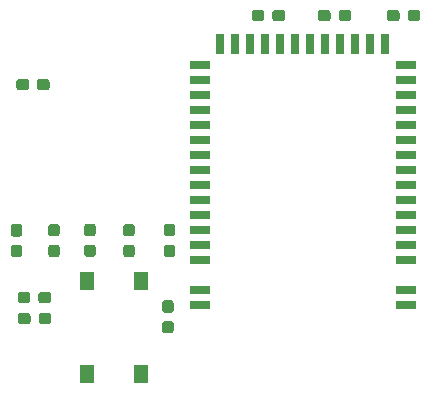
<source format=gbr>
G04 #@! TF.GenerationSoftware,KiCad,Pcbnew,(5.1.2)-2*
G04 #@! TF.CreationDate,2019-11-13T21:48:31+01:00*
G04 #@! TF.ProjectId,KernadouDomoRelayCPU,4b65726e-6164-46f7-9544-6f6d6f52656c,rev?*
G04 #@! TF.SameCoordinates,Original*
G04 #@! TF.FileFunction,Paste,Top*
G04 #@! TF.FilePolarity,Positive*
%FSLAX46Y46*%
G04 Gerber Fmt 4.6, Leading zero omitted, Abs format (unit mm)*
G04 Created by KiCad (PCBNEW (5.1.2)-2) date 2019-11-13 21:48:31*
%MOMM*%
%LPD*%
G04 APERTURE LIST*
%ADD10R,1.800000X0.700000*%
%ADD11R,0.700000X1.800000*%
%ADD12C,0.100000*%
%ADD13C,0.950000*%
%ADD14R,1.300000X1.550000*%
G04 APERTURE END LIST*
D10*
X123558000Y-94334000D03*
X123558000Y-93064000D03*
X123558000Y-90524000D03*
X123558000Y-89254000D03*
X123558000Y-87984000D03*
X123558000Y-86714000D03*
X123558000Y-85444000D03*
X123558000Y-84174000D03*
X123558000Y-82904000D03*
X123558000Y-81634000D03*
X123558000Y-80364000D03*
X123558000Y-79094000D03*
X123558000Y-77824000D03*
X123558000Y-76554000D03*
X123558000Y-75284000D03*
X123558000Y-74014000D03*
D11*
X121793000Y-72264000D03*
X120523000Y-72264000D03*
X119253000Y-72264000D03*
X117983000Y-72264000D03*
X116713000Y-72264000D03*
X115443000Y-72264000D03*
X114173000Y-72264000D03*
X112903000Y-72264000D03*
X111633000Y-72264000D03*
X110363000Y-72264000D03*
X109093000Y-72264000D03*
X107823000Y-72264000D03*
D10*
X106058000Y-74014000D03*
X106058000Y-75284000D03*
X106058000Y-76554000D03*
X106058000Y-77824000D03*
X106058000Y-79094000D03*
X106058000Y-80364000D03*
X106058000Y-81634000D03*
X106058000Y-82904000D03*
X106058000Y-84174000D03*
X106058000Y-85444000D03*
X106058000Y-86714000D03*
X106058000Y-87984000D03*
X106058000Y-89254000D03*
X106058000Y-90524000D03*
X106058000Y-93064000D03*
X106058000Y-94334000D03*
D12*
G36*
X90811779Y-89265144D02*
G01*
X90834834Y-89268563D01*
X90857443Y-89274227D01*
X90879387Y-89282079D01*
X90900457Y-89292044D01*
X90920448Y-89304026D01*
X90939168Y-89317910D01*
X90956438Y-89333562D01*
X90972090Y-89350832D01*
X90985974Y-89369552D01*
X90997956Y-89389543D01*
X91007921Y-89410613D01*
X91015773Y-89432557D01*
X91021437Y-89455166D01*
X91024856Y-89478221D01*
X91026000Y-89501500D01*
X91026000Y-90076500D01*
X91024856Y-90099779D01*
X91021437Y-90122834D01*
X91015773Y-90145443D01*
X91007921Y-90167387D01*
X90997956Y-90188457D01*
X90985974Y-90208448D01*
X90972090Y-90227168D01*
X90956438Y-90244438D01*
X90939168Y-90260090D01*
X90920448Y-90273974D01*
X90900457Y-90285956D01*
X90879387Y-90295921D01*
X90857443Y-90303773D01*
X90834834Y-90309437D01*
X90811779Y-90312856D01*
X90788500Y-90314000D01*
X90313500Y-90314000D01*
X90290221Y-90312856D01*
X90267166Y-90309437D01*
X90244557Y-90303773D01*
X90222613Y-90295921D01*
X90201543Y-90285956D01*
X90181552Y-90273974D01*
X90162832Y-90260090D01*
X90145562Y-90244438D01*
X90129910Y-90227168D01*
X90116026Y-90208448D01*
X90104044Y-90188457D01*
X90094079Y-90167387D01*
X90086227Y-90145443D01*
X90080563Y-90122834D01*
X90077144Y-90099779D01*
X90076000Y-90076500D01*
X90076000Y-89501500D01*
X90077144Y-89478221D01*
X90080563Y-89455166D01*
X90086227Y-89432557D01*
X90094079Y-89410613D01*
X90104044Y-89389543D01*
X90116026Y-89369552D01*
X90129910Y-89350832D01*
X90145562Y-89333562D01*
X90162832Y-89317910D01*
X90181552Y-89304026D01*
X90201543Y-89292044D01*
X90222613Y-89282079D01*
X90244557Y-89274227D01*
X90267166Y-89268563D01*
X90290221Y-89265144D01*
X90313500Y-89264000D01*
X90788500Y-89264000D01*
X90811779Y-89265144D01*
X90811779Y-89265144D01*
G37*
D13*
X90551000Y-89789000D03*
D12*
G36*
X90811779Y-87515144D02*
G01*
X90834834Y-87518563D01*
X90857443Y-87524227D01*
X90879387Y-87532079D01*
X90900457Y-87542044D01*
X90920448Y-87554026D01*
X90939168Y-87567910D01*
X90956438Y-87583562D01*
X90972090Y-87600832D01*
X90985974Y-87619552D01*
X90997956Y-87639543D01*
X91007921Y-87660613D01*
X91015773Y-87682557D01*
X91021437Y-87705166D01*
X91024856Y-87728221D01*
X91026000Y-87751500D01*
X91026000Y-88326500D01*
X91024856Y-88349779D01*
X91021437Y-88372834D01*
X91015773Y-88395443D01*
X91007921Y-88417387D01*
X90997956Y-88438457D01*
X90985974Y-88458448D01*
X90972090Y-88477168D01*
X90956438Y-88494438D01*
X90939168Y-88510090D01*
X90920448Y-88523974D01*
X90900457Y-88535956D01*
X90879387Y-88545921D01*
X90857443Y-88553773D01*
X90834834Y-88559437D01*
X90811779Y-88562856D01*
X90788500Y-88564000D01*
X90313500Y-88564000D01*
X90290221Y-88562856D01*
X90267166Y-88559437D01*
X90244557Y-88553773D01*
X90222613Y-88545921D01*
X90201543Y-88535956D01*
X90181552Y-88523974D01*
X90162832Y-88510090D01*
X90145562Y-88494438D01*
X90129910Y-88477168D01*
X90116026Y-88458448D01*
X90104044Y-88438457D01*
X90094079Y-88417387D01*
X90086227Y-88395443D01*
X90080563Y-88372834D01*
X90077144Y-88349779D01*
X90076000Y-88326500D01*
X90076000Y-87751500D01*
X90077144Y-87728221D01*
X90080563Y-87705166D01*
X90086227Y-87682557D01*
X90094079Y-87660613D01*
X90104044Y-87639543D01*
X90116026Y-87619552D01*
X90129910Y-87600832D01*
X90145562Y-87583562D01*
X90162832Y-87567910D01*
X90181552Y-87554026D01*
X90201543Y-87542044D01*
X90222613Y-87532079D01*
X90244557Y-87524227D01*
X90267166Y-87518563D01*
X90290221Y-87515144D01*
X90313500Y-87514000D01*
X90788500Y-87514000D01*
X90811779Y-87515144D01*
X90811779Y-87515144D01*
G37*
D13*
X90551000Y-88039000D03*
D12*
G36*
X91383779Y-75218144D02*
G01*
X91406834Y-75221563D01*
X91429443Y-75227227D01*
X91451387Y-75235079D01*
X91472457Y-75245044D01*
X91492448Y-75257026D01*
X91511168Y-75270910D01*
X91528438Y-75286562D01*
X91544090Y-75303832D01*
X91557974Y-75322552D01*
X91569956Y-75342543D01*
X91579921Y-75363613D01*
X91587773Y-75385557D01*
X91593437Y-75408166D01*
X91596856Y-75431221D01*
X91598000Y-75454500D01*
X91598000Y-75929500D01*
X91596856Y-75952779D01*
X91593437Y-75975834D01*
X91587773Y-75998443D01*
X91579921Y-76020387D01*
X91569956Y-76041457D01*
X91557974Y-76061448D01*
X91544090Y-76080168D01*
X91528438Y-76097438D01*
X91511168Y-76113090D01*
X91492448Y-76126974D01*
X91472457Y-76138956D01*
X91451387Y-76148921D01*
X91429443Y-76156773D01*
X91406834Y-76162437D01*
X91383779Y-76165856D01*
X91360500Y-76167000D01*
X90785500Y-76167000D01*
X90762221Y-76165856D01*
X90739166Y-76162437D01*
X90716557Y-76156773D01*
X90694613Y-76148921D01*
X90673543Y-76138956D01*
X90653552Y-76126974D01*
X90634832Y-76113090D01*
X90617562Y-76097438D01*
X90601910Y-76080168D01*
X90588026Y-76061448D01*
X90576044Y-76041457D01*
X90566079Y-76020387D01*
X90558227Y-75998443D01*
X90552563Y-75975834D01*
X90549144Y-75952779D01*
X90548000Y-75929500D01*
X90548000Y-75454500D01*
X90549144Y-75431221D01*
X90552563Y-75408166D01*
X90558227Y-75385557D01*
X90566079Y-75363613D01*
X90576044Y-75342543D01*
X90588026Y-75322552D01*
X90601910Y-75303832D01*
X90617562Y-75286562D01*
X90634832Y-75270910D01*
X90653552Y-75257026D01*
X90673543Y-75245044D01*
X90694613Y-75235079D01*
X90716557Y-75227227D01*
X90739166Y-75221563D01*
X90762221Y-75218144D01*
X90785500Y-75217000D01*
X91360500Y-75217000D01*
X91383779Y-75218144D01*
X91383779Y-75218144D01*
G37*
D13*
X91073000Y-75692000D03*
D12*
G36*
X93133779Y-75218144D02*
G01*
X93156834Y-75221563D01*
X93179443Y-75227227D01*
X93201387Y-75235079D01*
X93222457Y-75245044D01*
X93242448Y-75257026D01*
X93261168Y-75270910D01*
X93278438Y-75286562D01*
X93294090Y-75303832D01*
X93307974Y-75322552D01*
X93319956Y-75342543D01*
X93329921Y-75363613D01*
X93337773Y-75385557D01*
X93343437Y-75408166D01*
X93346856Y-75431221D01*
X93348000Y-75454500D01*
X93348000Y-75929500D01*
X93346856Y-75952779D01*
X93343437Y-75975834D01*
X93337773Y-75998443D01*
X93329921Y-76020387D01*
X93319956Y-76041457D01*
X93307974Y-76061448D01*
X93294090Y-76080168D01*
X93278438Y-76097438D01*
X93261168Y-76113090D01*
X93242448Y-76126974D01*
X93222457Y-76138956D01*
X93201387Y-76148921D01*
X93179443Y-76156773D01*
X93156834Y-76162437D01*
X93133779Y-76165856D01*
X93110500Y-76167000D01*
X92535500Y-76167000D01*
X92512221Y-76165856D01*
X92489166Y-76162437D01*
X92466557Y-76156773D01*
X92444613Y-76148921D01*
X92423543Y-76138956D01*
X92403552Y-76126974D01*
X92384832Y-76113090D01*
X92367562Y-76097438D01*
X92351910Y-76080168D01*
X92338026Y-76061448D01*
X92326044Y-76041457D01*
X92316079Y-76020387D01*
X92308227Y-75998443D01*
X92302563Y-75975834D01*
X92299144Y-75952779D01*
X92298000Y-75929500D01*
X92298000Y-75454500D01*
X92299144Y-75431221D01*
X92302563Y-75408166D01*
X92308227Y-75385557D01*
X92316079Y-75363613D01*
X92326044Y-75342543D01*
X92338026Y-75322552D01*
X92351910Y-75303832D01*
X92367562Y-75286562D01*
X92384832Y-75270910D01*
X92403552Y-75257026D01*
X92423543Y-75245044D01*
X92444613Y-75235079D01*
X92466557Y-75227227D01*
X92489166Y-75221563D01*
X92512221Y-75218144D01*
X92535500Y-75217000D01*
X93110500Y-75217000D01*
X93133779Y-75218144D01*
X93133779Y-75218144D01*
G37*
D13*
X92823000Y-75692000D03*
D12*
G36*
X93246779Y-93252144D02*
G01*
X93269834Y-93255563D01*
X93292443Y-93261227D01*
X93314387Y-93269079D01*
X93335457Y-93279044D01*
X93355448Y-93291026D01*
X93374168Y-93304910D01*
X93391438Y-93320562D01*
X93407090Y-93337832D01*
X93420974Y-93356552D01*
X93432956Y-93376543D01*
X93442921Y-93397613D01*
X93450773Y-93419557D01*
X93456437Y-93442166D01*
X93459856Y-93465221D01*
X93461000Y-93488500D01*
X93461000Y-93963500D01*
X93459856Y-93986779D01*
X93456437Y-94009834D01*
X93450773Y-94032443D01*
X93442921Y-94054387D01*
X93432956Y-94075457D01*
X93420974Y-94095448D01*
X93407090Y-94114168D01*
X93391438Y-94131438D01*
X93374168Y-94147090D01*
X93355448Y-94160974D01*
X93335457Y-94172956D01*
X93314387Y-94182921D01*
X93292443Y-94190773D01*
X93269834Y-94196437D01*
X93246779Y-94199856D01*
X93223500Y-94201000D01*
X92648500Y-94201000D01*
X92625221Y-94199856D01*
X92602166Y-94196437D01*
X92579557Y-94190773D01*
X92557613Y-94182921D01*
X92536543Y-94172956D01*
X92516552Y-94160974D01*
X92497832Y-94147090D01*
X92480562Y-94131438D01*
X92464910Y-94114168D01*
X92451026Y-94095448D01*
X92439044Y-94075457D01*
X92429079Y-94054387D01*
X92421227Y-94032443D01*
X92415563Y-94009834D01*
X92412144Y-93986779D01*
X92411000Y-93963500D01*
X92411000Y-93488500D01*
X92412144Y-93465221D01*
X92415563Y-93442166D01*
X92421227Y-93419557D01*
X92429079Y-93397613D01*
X92439044Y-93376543D01*
X92451026Y-93356552D01*
X92464910Y-93337832D01*
X92480562Y-93320562D01*
X92497832Y-93304910D01*
X92516552Y-93291026D01*
X92536543Y-93279044D01*
X92557613Y-93269079D01*
X92579557Y-93261227D01*
X92602166Y-93255563D01*
X92625221Y-93252144D01*
X92648500Y-93251000D01*
X93223500Y-93251000D01*
X93246779Y-93252144D01*
X93246779Y-93252144D01*
G37*
D13*
X92936000Y-93726000D03*
D12*
G36*
X91496779Y-93252144D02*
G01*
X91519834Y-93255563D01*
X91542443Y-93261227D01*
X91564387Y-93269079D01*
X91585457Y-93279044D01*
X91605448Y-93291026D01*
X91624168Y-93304910D01*
X91641438Y-93320562D01*
X91657090Y-93337832D01*
X91670974Y-93356552D01*
X91682956Y-93376543D01*
X91692921Y-93397613D01*
X91700773Y-93419557D01*
X91706437Y-93442166D01*
X91709856Y-93465221D01*
X91711000Y-93488500D01*
X91711000Y-93963500D01*
X91709856Y-93986779D01*
X91706437Y-94009834D01*
X91700773Y-94032443D01*
X91692921Y-94054387D01*
X91682956Y-94075457D01*
X91670974Y-94095448D01*
X91657090Y-94114168D01*
X91641438Y-94131438D01*
X91624168Y-94147090D01*
X91605448Y-94160974D01*
X91585457Y-94172956D01*
X91564387Y-94182921D01*
X91542443Y-94190773D01*
X91519834Y-94196437D01*
X91496779Y-94199856D01*
X91473500Y-94201000D01*
X90898500Y-94201000D01*
X90875221Y-94199856D01*
X90852166Y-94196437D01*
X90829557Y-94190773D01*
X90807613Y-94182921D01*
X90786543Y-94172956D01*
X90766552Y-94160974D01*
X90747832Y-94147090D01*
X90730562Y-94131438D01*
X90714910Y-94114168D01*
X90701026Y-94095448D01*
X90689044Y-94075457D01*
X90679079Y-94054387D01*
X90671227Y-94032443D01*
X90665563Y-94009834D01*
X90662144Y-93986779D01*
X90661000Y-93963500D01*
X90661000Y-93488500D01*
X90662144Y-93465221D01*
X90665563Y-93442166D01*
X90671227Y-93419557D01*
X90679079Y-93397613D01*
X90689044Y-93376543D01*
X90701026Y-93356552D01*
X90714910Y-93337832D01*
X90730562Y-93320562D01*
X90747832Y-93304910D01*
X90766552Y-93291026D01*
X90786543Y-93279044D01*
X90807613Y-93269079D01*
X90829557Y-93261227D01*
X90852166Y-93255563D01*
X90875221Y-93252144D01*
X90898500Y-93251000D01*
X91473500Y-93251000D01*
X91496779Y-93252144D01*
X91496779Y-93252144D01*
G37*
D13*
X91186000Y-93726000D03*
D12*
G36*
X118674779Y-69376144D02*
G01*
X118697834Y-69379563D01*
X118720443Y-69385227D01*
X118742387Y-69393079D01*
X118763457Y-69403044D01*
X118783448Y-69415026D01*
X118802168Y-69428910D01*
X118819438Y-69444562D01*
X118835090Y-69461832D01*
X118848974Y-69480552D01*
X118860956Y-69500543D01*
X118870921Y-69521613D01*
X118878773Y-69543557D01*
X118884437Y-69566166D01*
X118887856Y-69589221D01*
X118889000Y-69612500D01*
X118889000Y-70087500D01*
X118887856Y-70110779D01*
X118884437Y-70133834D01*
X118878773Y-70156443D01*
X118870921Y-70178387D01*
X118860956Y-70199457D01*
X118848974Y-70219448D01*
X118835090Y-70238168D01*
X118819438Y-70255438D01*
X118802168Y-70271090D01*
X118783448Y-70284974D01*
X118763457Y-70296956D01*
X118742387Y-70306921D01*
X118720443Y-70314773D01*
X118697834Y-70320437D01*
X118674779Y-70323856D01*
X118651500Y-70325000D01*
X118076500Y-70325000D01*
X118053221Y-70323856D01*
X118030166Y-70320437D01*
X118007557Y-70314773D01*
X117985613Y-70306921D01*
X117964543Y-70296956D01*
X117944552Y-70284974D01*
X117925832Y-70271090D01*
X117908562Y-70255438D01*
X117892910Y-70238168D01*
X117879026Y-70219448D01*
X117867044Y-70199457D01*
X117857079Y-70178387D01*
X117849227Y-70156443D01*
X117843563Y-70133834D01*
X117840144Y-70110779D01*
X117839000Y-70087500D01*
X117839000Y-69612500D01*
X117840144Y-69589221D01*
X117843563Y-69566166D01*
X117849227Y-69543557D01*
X117857079Y-69521613D01*
X117867044Y-69500543D01*
X117879026Y-69480552D01*
X117892910Y-69461832D01*
X117908562Y-69444562D01*
X117925832Y-69428910D01*
X117944552Y-69415026D01*
X117964543Y-69403044D01*
X117985613Y-69393079D01*
X118007557Y-69385227D01*
X118030166Y-69379563D01*
X118053221Y-69376144D01*
X118076500Y-69375000D01*
X118651500Y-69375000D01*
X118674779Y-69376144D01*
X118674779Y-69376144D01*
G37*
D13*
X118364000Y-69850000D03*
D12*
G36*
X116924779Y-69376144D02*
G01*
X116947834Y-69379563D01*
X116970443Y-69385227D01*
X116992387Y-69393079D01*
X117013457Y-69403044D01*
X117033448Y-69415026D01*
X117052168Y-69428910D01*
X117069438Y-69444562D01*
X117085090Y-69461832D01*
X117098974Y-69480552D01*
X117110956Y-69500543D01*
X117120921Y-69521613D01*
X117128773Y-69543557D01*
X117134437Y-69566166D01*
X117137856Y-69589221D01*
X117139000Y-69612500D01*
X117139000Y-70087500D01*
X117137856Y-70110779D01*
X117134437Y-70133834D01*
X117128773Y-70156443D01*
X117120921Y-70178387D01*
X117110956Y-70199457D01*
X117098974Y-70219448D01*
X117085090Y-70238168D01*
X117069438Y-70255438D01*
X117052168Y-70271090D01*
X117033448Y-70284974D01*
X117013457Y-70296956D01*
X116992387Y-70306921D01*
X116970443Y-70314773D01*
X116947834Y-70320437D01*
X116924779Y-70323856D01*
X116901500Y-70325000D01*
X116326500Y-70325000D01*
X116303221Y-70323856D01*
X116280166Y-70320437D01*
X116257557Y-70314773D01*
X116235613Y-70306921D01*
X116214543Y-70296956D01*
X116194552Y-70284974D01*
X116175832Y-70271090D01*
X116158562Y-70255438D01*
X116142910Y-70238168D01*
X116129026Y-70219448D01*
X116117044Y-70199457D01*
X116107079Y-70178387D01*
X116099227Y-70156443D01*
X116093563Y-70133834D01*
X116090144Y-70110779D01*
X116089000Y-70087500D01*
X116089000Y-69612500D01*
X116090144Y-69589221D01*
X116093563Y-69566166D01*
X116099227Y-69543557D01*
X116107079Y-69521613D01*
X116117044Y-69500543D01*
X116129026Y-69480552D01*
X116142910Y-69461832D01*
X116158562Y-69444562D01*
X116175832Y-69428910D01*
X116194552Y-69415026D01*
X116214543Y-69403044D01*
X116235613Y-69393079D01*
X116257557Y-69385227D01*
X116280166Y-69379563D01*
X116303221Y-69376144D01*
X116326500Y-69375000D01*
X116901500Y-69375000D01*
X116924779Y-69376144D01*
X116924779Y-69376144D01*
G37*
D13*
X116614000Y-69850000D03*
D12*
G36*
X111308779Y-69376144D02*
G01*
X111331834Y-69379563D01*
X111354443Y-69385227D01*
X111376387Y-69393079D01*
X111397457Y-69403044D01*
X111417448Y-69415026D01*
X111436168Y-69428910D01*
X111453438Y-69444562D01*
X111469090Y-69461832D01*
X111482974Y-69480552D01*
X111494956Y-69500543D01*
X111504921Y-69521613D01*
X111512773Y-69543557D01*
X111518437Y-69566166D01*
X111521856Y-69589221D01*
X111523000Y-69612500D01*
X111523000Y-70087500D01*
X111521856Y-70110779D01*
X111518437Y-70133834D01*
X111512773Y-70156443D01*
X111504921Y-70178387D01*
X111494956Y-70199457D01*
X111482974Y-70219448D01*
X111469090Y-70238168D01*
X111453438Y-70255438D01*
X111436168Y-70271090D01*
X111417448Y-70284974D01*
X111397457Y-70296956D01*
X111376387Y-70306921D01*
X111354443Y-70314773D01*
X111331834Y-70320437D01*
X111308779Y-70323856D01*
X111285500Y-70325000D01*
X110710500Y-70325000D01*
X110687221Y-70323856D01*
X110664166Y-70320437D01*
X110641557Y-70314773D01*
X110619613Y-70306921D01*
X110598543Y-70296956D01*
X110578552Y-70284974D01*
X110559832Y-70271090D01*
X110542562Y-70255438D01*
X110526910Y-70238168D01*
X110513026Y-70219448D01*
X110501044Y-70199457D01*
X110491079Y-70178387D01*
X110483227Y-70156443D01*
X110477563Y-70133834D01*
X110474144Y-70110779D01*
X110473000Y-70087500D01*
X110473000Y-69612500D01*
X110474144Y-69589221D01*
X110477563Y-69566166D01*
X110483227Y-69543557D01*
X110491079Y-69521613D01*
X110501044Y-69500543D01*
X110513026Y-69480552D01*
X110526910Y-69461832D01*
X110542562Y-69444562D01*
X110559832Y-69428910D01*
X110578552Y-69415026D01*
X110598543Y-69403044D01*
X110619613Y-69393079D01*
X110641557Y-69385227D01*
X110664166Y-69379563D01*
X110687221Y-69376144D01*
X110710500Y-69375000D01*
X111285500Y-69375000D01*
X111308779Y-69376144D01*
X111308779Y-69376144D01*
G37*
D13*
X110998000Y-69850000D03*
D12*
G36*
X113058779Y-69376144D02*
G01*
X113081834Y-69379563D01*
X113104443Y-69385227D01*
X113126387Y-69393079D01*
X113147457Y-69403044D01*
X113167448Y-69415026D01*
X113186168Y-69428910D01*
X113203438Y-69444562D01*
X113219090Y-69461832D01*
X113232974Y-69480552D01*
X113244956Y-69500543D01*
X113254921Y-69521613D01*
X113262773Y-69543557D01*
X113268437Y-69566166D01*
X113271856Y-69589221D01*
X113273000Y-69612500D01*
X113273000Y-70087500D01*
X113271856Y-70110779D01*
X113268437Y-70133834D01*
X113262773Y-70156443D01*
X113254921Y-70178387D01*
X113244956Y-70199457D01*
X113232974Y-70219448D01*
X113219090Y-70238168D01*
X113203438Y-70255438D01*
X113186168Y-70271090D01*
X113167448Y-70284974D01*
X113147457Y-70296956D01*
X113126387Y-70306921D01*
X113104443Y-70314773D01*
X113081834Y-70320437D01*
X113058779Y-70323856D01*
X113035500Y-70325000D01*
X112460500Y-70325000D01*
X112437221Y-70323856D01*
X112414166Y-70320437D01*
X112391557Y-70314773D01*
X112369613Y-70306921D01*
X112348543Y-70296956D01*
X112328552Y-70284974D01*
X112309832Y-70271090D01*
X112292562Y-70255438D01*
X112276910Y-70238168D01*
X112263026Y-70219448D01*
X112251044Y-70199457D01*
X112241079Y-70178387D01*
X112233227Y-70156443D01*
X112227563Y-70133834D01*
X112224144Y-70110779D01*
X112223000Y-70087500D01*
X112223000Y-69612500D01*
X112224144Y-69589221D01*
X112227563Y-69566166D01*
X112233227Y-69543557D01*
X112241079Y-69521613D01*
X112251044Y-69500543D01*
X112263026Y-69480552D01*
X112276910Y-69461832D01*
X112292562Y-69444562D01*
X112309832Y-69428910D01*
X112328552Y-69415026D01*
X112348543Y-69403044D01*
X112369613Y-69393079D01*
X112391557Y-69385227D01*
X112414166Y-69379563D01*
X112437221Y-69376144D01*
X112460500Y-69375000D01*
X113035500Y-69375000D01*
X113058779Y-69376144D01*
X113058779Y-69376144D01*
G37*
D13*
X112748000Y-69850000D03*
D12*
G36*
X103638779Y-93964144D02*
G01*
X103661834Y-93967563D01*
X103684443Y-93973227D01*
X103706387Y-93981079D01*
X103727457Y-93991044D01*
X103747448Y-94003026D01*
X103766168Y-94016910D01*
X103783438Y-94032562D01*
X103799090Y-94049832D01*
X103812974Y-94068552D01*
X103824956Y-94088543D01*
X103834921Y-94109613D01*
X103842773Y-94131557D01*
X103848437Y-94154166D01*
X103851856Y-94177221D01*
X103853000Y-94200500D01*
X103853000Y-94775500D01*
X103851856Y-94798779D01*
X103848437Y-94821834D01*
X103842773Y-94844443D01*
X103834921Y-94866387D01*
X103824956Y-94887457D01*
X103812974Y-94907448D01*
X103799090Y-94926168D01*
X103783438Y-94943438D01*
X103766168Y-94959090D01*
X103747448Y-94972974D01*
X103727457Y-94984956D01*
X103706387Y-94994921D01*
X103684443Y-95002773D01*
X103661834Y-95008437D01*
X103638779Y-95011856D01*
X103615500Y-95013000D01*
X103140500Y-95013000D01*
X103117221Y-95011856D01*
X103094166Y-95008437D01*
X103071557Y-95002773D01*
X103049613Y-94994921D01*
X103028543Y-94984956D01*
X103008552Y-94972974D01*
X102989832Y-94959090D01*
X102972562Y-94943438D01*
X102956910Y-94926168D01*
X102943026Y-94907448D01*
X102931044Y-94887457D01*
X102921079Y-94866387D01*
X102913227Y-94844443D01*
X102907563Y-94821834D01*
X102904144Y-94798779D01*
X102903000Y-94775500D01*
X102903000Y-94200500D01*
X102904144Y-94177221D01*
X102907563Y-94154166D01*
X102913227Y-94131557D01*
X102921079Y-94109613D01*
X102931044Y-94088543D01*
X102943026Y-94068552D01*
X102956910Y-94049832D01*
X102972562Y-94032562D01*
X102989832Y-94016910D01*
X103008552Y-94003026D01*
X103028543Y-93991044D01*
X103049613Y-93981079D01*
X103071557Y-93973227D01*
X103094166Y-93967563D01*
X103117221Y-93964144D01*
X103140500Y-93963000D01*
X103615500Y-93963000D01*
X103638779Y-93964144D01*
X103638779Y-93964144D01*
G37*
D13*
X103378000Y-94488000D03*
D12*
G36*
X103638779Y-95714144D02*
G01*
X103661834Y-95717563D01*
X103684443Y-95723227D01*
X103706387Y-95731079D01*
X103727457Y-95741044D01*
X103747448Y-95753026D01*
X103766168Y-95766910D01*
X103783438Y-95782562D01*
X103799090Y-95799832D01*
X103812974Y-95818552D01*
X103824956Y-95838543D01*
X103834921Y-95859613D01*
X103842773Y-95881557D01*
X103848437Y-95904166D01*
X103851856Y-95927221D01*
X103853000Y-95950500D01*
X103853000Y-96525500D01*
X103851856Y-96548779D01*
X103848437Y-96571834D01*
X103842773Y-96594443D01*
X103834921Y-96616387D01*
X103824956Y-96637457D01*
X103812974Y-96657448D01*
X103799090Y-96676168D01*
X103783438Y-96693438D01*
X103766168Y-96709090D01*
X103747448Y-96722974D01*
X103727457Y-96734956D01*
X103706387Y-96744921D01*
X103684443Y-96752773D01*
X103661834Y-96758437D01*
X103638779Y-96761856D01*
X103615500Y-96763000D01*
X103140500Y-96763000D01*
X103117221Y-96761856D01*
X103094166Y-96758437D01*
X103071557Y-96752773D01*
X103049613Y-96744921D01*
X103028543Y-96734956D01*
X103008552Y-96722974D01*
X102989832Y-96709090D01*
X102972562Y-96693438D01*
X102956910Y-96676168D01*
X102943026Y-96657448D01*
X102931044Y-96637457D01*
X102921079Y-96616387D01*
X102913227Y-96594443D01*
X102907563Y-96571834D01*
X102904144Y-96548779D01*
X102903000Y-96525500D01*
X102903000Y-95950500D01*
X102904144Y-95927221D01*
X102907563Y-95904166D01*
X102913227Y-95881557D01*
X102921079Y-95859613D01*
X102931044Y-95838543D01*
X102943026Y-95818552D01*
X102956910Y-95799832D01*
X102972562Y-95782562D01*
X102989832Y-95766910D01*
X103008552Y-95753026D01*
X103028543Y-95741044D01*
X103049613Y-95731079D01*
X103071557Y-95723227D01*
X103094166Y-95717563D01*
X103117221Y-95714144D01*
X103140500Y-95713000D01*
X103615500Y-95713000D01*
X103638779Y-95714144D01*
X103638779Y-95714144D01*
G37*
D13*
X103378000Y-96238000D03*
D14*
X96556000Y-92291000D03*
X101056000Y-92291000D03*
X101056000Y-100241000D03*
X96556000Y-100241000D03*
D12*
G36*
X122766779Y-69376144D02*
G01*
X122789834Y-69379563D01*
X122812443Y-69385227D01*
X122834387Y-69393079D01*
X122855457Y-69403044D01*
X122875448Y-69415026D01*
X122894168Y-69428910D01*
X122911438Y-69444562D01*
X122927090Y-69461832D01*
X122940974Y-69480552D01*
X122952956Y-69500543D01*
X122962921Y-69521613D01*
X122970773Y-69543557D01*
X122976437Y-69566166D01*
X122979856Y-69589221D01*
X122981000Y-69612500D01*
X122981000Y-70087500D01*
X122979856Y-70110779D01*
X122976437Y-70133834D01*
X122970773Y-70156443D01*
X122962921Y-70178387D01*
X122952956Y-70199457D01*
X122940974Y-70219448D01*
X122927090Y-70238168D01*
X122911438Y-70255438D01*
X122894168Y-70271090D01*
X122875448Y-70284974D01*
X122855457Y-70296956D01*
X122834387Y-70306921D01*
X122812443Y-70314773D01*
X122789834Y-70320437D01*
X122766779Y-70323856D01*
X122743500Y-70325000D01*
X122168500Y-70325000D01*
X122145221Y-70323856D01*
X122122166Y-70320437D01*
X122099557Y-70314773D01*
X122077613Y-70306921D01*
X122056543Y-70296956D01*
X122036552Y-70284974D01*
X122017832Y-70271090D01*
X122000562Y-70255438D01*
X121984910Y-70238168D01*
X121971026Y-70219448D01*
X121959044Y-70199457D01*
X121949079Y-70178387D01*
X121941227Y-70156443D01*
X121935563Y-70133834D01*
X121932144Y-70110779D01*
X121931000Y-70087500D01*
X121931000Y-69612500D01*
X121932144Y-69589221D01*
X121935563Y-69566166D01*
X121941227Y-69543557D01*
X121949079Y-69521613D01*
X121959044Y-69500543D01*
X121971026Y-69480552D01*
X121984910Y-69461832D01*
X122000562Y-69444562D01*
X122017832Y-69428910D01*
X122036552Y-69415026D01*
X122056543Y-69403044D01*
X122077613Y-69393079D01*
X122099557Y-69385227D01*
X122122166Y-69379563D01*
X122145221Y-69376144D01*
X122168500Y-69375000D01*
X122743500Y-69375000D01*
X122766779Y-69376144D01*
X122766779Y-69376144D01*
G37*
D13*
X122456000Y-69850000D03*
D12*
G36*
X124516779Y-69376144D02*
G01*
X124539834Y-69379563D01*
X124562443Y-69385227D01*
X124584387Y-69393079D01*
X124605457Y-69403044D01*
X124625448Y-69415026D01*
X124644168Y-69428910D01*
X124661438Y-69444562D01*
X124677090Y-69461832D01*
X124690974Y-69480552D01*
X124702956Y-69500543D01*
X124712921Y-69521613D01*
X124720773Y-69543557D01*
X124726437Y-69566166D01*
X124729856Y-69589221D01*
X124731000Y-69612500D01*
X124731000Y-70087500D01*
X124729856Y-70110779D01*
X124726437Y-70133834D01*
X124720773Y-70156443D01*
X124712921Y-70178387D01*
X124702956Y-70199457D01*
X124690974Y-70219448D01*
X124677090Y-70238168D01*
X124661438Y-70255438D01*
X124644168Y-70271090D01*
X124625448Y-70284974D01*
X124605457Y-70296956D01*
X124584387Y-70306921D01*
X124562443Y-70314773D01*
X124539834Y-70320437D01*
X124516779Y-70323856D01*
X124493500Y-70325000D01*
X123918500Y-70325000D01*
X123895221Y-70323856D01*
X123872166Y-70320437D01*
X123849557Y-70314773D01*
X123827613Y-70306921D01*
X123806543Y-70296956D01*
X123786552Y-70284974D01*
X123767832Y-70271090D01*
X123750562Y-70255438D01*
X123734910Y-70238168D01*
X123721026Y-70219448D01*
X123709044Y-70199457D01*
X123699079Y-70178387D01*
X123691227Y-70156443D01*
X123685563Y-70133834D01*
X123682144Y-70110779D01*
X123681000Y-70087500D01*
X123681000Y-69612500D01*
X123682144Y-69589221D01*
X123685563Y-69566166D01*
X123691227Y-69543557D01*
X123699079Y-69521613D01*
X123709044Y-69500543D01*
X123721026Y-69480552D01*
X123734910Y-69461832D01*
X123750562Y-69444562D01*
X123767832Y-69428910D01*
X123786552Y-69415026D01*
X123806543Y-69403044D01*
X123827613Y-69393079D01*
X123849557Y-69385227D01*
X123872166Y-69379563D01*
X123895221Y-69376144D01*
X123918500Y-69375000D01*
X124493500Y-69375000D01*
X124516779Y-69376144D01*
X124516779Y-69376144D01*
G37*
D13*
X124206000Y-69850000D03*
D12*
G36*
X91524779Y-95030144D02*
G01*
X91547834Y-95033563D01*
X91570443Y-95039227D01*
X91592387Y-95047079D01*
X91613457Y-95057044D01*
X91633448Y-95069026D01*
X91652168Y-95082910D01*
X91669438Y-95098562D01*
X91685090Y-95115832D01*
X91698974Y-95134552D01*
X91710956Y-95154543D01*
X91720921Y-95175613D01*
X91728773Y-95197557D01*
X91734437Y-95220166D01*
X91737856Y-95243221D01*
X91739000Y-95266500D01*
X91739000Y-95741500D01*
X91737856Y-95764779D01*
X91734437Y-95787834D01*
X91728773Y-95810443D01*
X91720921Y-95832387D01*
X91710956Y-95853457D01*
X91698974Y-95873448D01*
X91685090Y-95892168D01*
X91669438Y-95909438D01*
X91652168Y-95925090D01*
X91633448Y-95938974D01*
X91613457Y-95950956D01*
X91592387Y-95960921D01*
X91570443Y-95968773D01*
X91547834Y-95974437D01*
X91524779Y-95977856D01*
X91501500Y-95979000D01*
X90926500Y-95979000D01*
X90903221Y-95977856D01*
X90880166Y-95974437D01*
X90857557Y-95968773D01*
X90835613Y-95960921D01*
X90814543Y-95950956D01*
X90794552Y-95938974D01*
X90775832Y-95925090D01*
X90758562Y-95909438D01*
X90742910Y-95892168D01*
X90729026Y-95873448D01*
X90717044Y-95853457D01*
X90707079Y-95832387D01*
X90699227Y-95810443D01*
X90693563Y-95787834D01*
X90690144Y-95764779D01*
X90689000Y-95741500D01*
X90689000Y-95266500D01*
X90690144Y-95243221D01*
X90693563Y-95220166D01*
X90699227Y-95197557D01*
X90707079Y-95175613D01*
X90717044Y-95154543D01*
X90729026Y-95134552D01*
X90742910Y-95115832D01*
X90758562Y-95098562D01*
X90775832Y-95082910D01*
X90794552Y-95069026D01*
X90814543Y-95057044D01*
X90835613Y-95047079D01*
X90857557Y-95039227D01*
X90880166Y-95033563D01*
X90903221Y-95030144D01*
X90926500Y-95029000D01*
X91501500Y-95029000D01*
X91524779Y-95030144D01*
X91524779Y-95030144D01*
G37*
D13*
X91214000Y-95504000D03*
D12*
G36*
X93274779Y-95030144D02*
G01*
X93297834Y-95033563D01*
X93320443Y-95039227D01*
X93342387Y-95047079D01*
X93363457Y-95057044D01*
X93383448Y-95069026D01*
X93402168Y-95082910D01*
X93419438Y-95098562D01*
X93435090Y-95115832D01*
X93448974Y-95134552D01*
X93460956Y-95154543D01*
X93470921Y-95175613D01*
X93478773Y-95197557D01*
X93484437Y-95220166D01*
X93487856Y-95243221D01*
X93489000Y-95266500D01*
X93489000Y-95741500D01*
X93487856Y-95764779D01*
X93484437Y-95787834D01*
X93478773Y-95810443D01*
X93470921Y-95832387D01*
X93460956Y-95853457D01*
X93448974Y-95873448D01*
X93435090Y-95892168D01*
X93419438Y-95909438D01*
X93402168Y-95925090D01*
X93383448Y-95938974D01*
X93363457Y-95950956D01*
X93342387Y-95960921D01*
X93320443Y-95968773D01*
X93297834Y-95974437D01*
X93274779Y-95977856D01*
X93251500Y-95979000D01*
X92676500Y-95979000D01*
X92653221Y-95977856D01*
X92630166Y-95974437D01*
X92607557Y-95968773D01*
X92585613Y-95960921D01*
X92564543Y-95950956D01*
X92544552Y-95938974D01*
X92525832Y-95925090D01*
X92508562Y-95909438D01*
X92492910Y-95892168D01*
X92479026Y-95873448D01*
X92467044Y-95853457D01*
X92457079Y-95832387D01*
X92449227Y-95810443D01*
X92443563Y-95787834D01*
X92440144Y-95764779D01*
X92439000Y-95741500D01*
X92439000Y-95266500D01*
X92440144Y-95243221D01*
X92443563Y-95220166D01*
X92449227Y-95197557D01*
X92457079Y-95175613D01*
X92467044Y-95154543D01*
X92479026Y-95134552D01*
X92492910Y-95115832D01*
X92508562Y-95098562D01*
X92525832Y-95082910D01*
X92544552Y-95069026D01*
X92564543Y-95057044D01*
X92585613Y-95047079D01*
X92607557Y-95039227D01*
X92630166Y-95033563D01*
X92653221Y-95030144D01*
X92676500Y-95029000D01*
X93251500Y-95029000D01*
X93274779Y-95030144D01*
X93274779Y-95030144D01*
G37*
D13*
X92964000Y-95504000D03*
D12*
G36*
X100336779Y-89251144D02*
G01*
X100359834Y-89254563D01*
X100382443Y-89260227D01*
X100404387Y-89268079D01*
X100425457Y-89278044D01*
X100445448Y-89290026D01*
X100464168Y-89303910D01*
X100481438Y-89319562D01*
X100497090Y-89336832D01*
X100510974Y-89355552D01*
X100522956Y-89375543D01*
X100532921Y-89396613D01*
X100540773Y-89418557D01*
X100546437Y-89441166D01*
X100549856Y-89464221D01*
X100551000Y-89487500D01*
X100551000Y-90062500D01*
X100549856Y-90085779D01*
X100546437Y-90108834D01*
X100540773Y-90131443D01*
X100532921Y-90153387D01*
X100522956Y-90174457D01*
X100510974Y-90194448D01*
X100497090Y-90213168D01*
X100481438Y-90230438D01*
X100464168Y-90246090D01*
X100445448Y-90259974D01*
X100425457Y-90271956D01*
X100404387Y-90281921D01*
X100382443Y-90289773D01*
X100359834Y-90295437D01*
X100336779Y-90298856D01*
X100313500Y-90300000D01*
X99838500Y-90300000D01*
X99815221Y-90298856D01*
X99792166Y-90295437D01*
X99769557Y-90289773D01*
X99747613Y-90281921D01*
X99726543Y-90271956D01*
X99706552Y-90259974D01*
X99687832Y-90246090D01*
X99670562Y-90230438D01*
X99654910Y-90213168D01*
X99641026Y-90194448D01*
X99629044Y-90174457D01*
X99619079Y-90153387D01*
X99611227Y-90131443D01*
X99605563Y-90108834D01*
X99602144Y-90085779D01*
X99601000Y-90062500D01*
X99601000Y-89487500D01*
X99602144Y-89464221D01*
X99605563Y-89441166D01*
X99611227Y-89418557D01*
X99619079Y-89396613D01*
X99629044Y-89375543D01*
X99641026Y-89355552D01*
X99654910Y-89336832D01*
X99670562Y-89319562D01*
X99687832Y-89303910D01*
X99706552Y-89290026D01*
X99726543Y-89278044D01*
X99747613Y-89268079D01*
X99769557Y-89260227D01*
X99792166Y-89254563D01*
X99815221Y-89251144D01*
X99838500Y-89250000D01*
X100313500Y-89250000D01*
X100336779Y-89251144D01*
X100336779Y-89251144D01*
G37*
D13*
X100076000Y-89775000D03*
D12*
G36*
X100336779Y-87501144D02*
G01*
X100359834Y-87504563D01*
X100382443Y-87510227D01*
X100404387Y-87518079D01*
X100425457Y-87528044D01*
X100445448Y-87540026D01*
X100464168Y-87553910D01*
X100481438Y-87569562D01*
X100497090Y-87586832D01*
X100510974Y-87605552D01*
X100522956Y-87625543D01*
X100532921Y-87646613D01*
X100540773Y-87668557D01*
X100546437Y-87691166D01*
X100549856Y-87714221D01*
X100551000Y-87737500D01*
X100551000Y-88312500D01*
X100549856Y-88335779D01*
X100546437Y-88358834D01*
X100540773Y-88381443D01*
X100532921Y-88403387D01*
X100522956Y-88424457D01*
X100510974Y-88444448D01*
X100497090Y-88463168D01*
X100481438Y-88480438D01*
X100464168Y-88496090D01*
X100445448Y-88509974D01*
X100425457Y-88521956D01*
X100404387Y-88531921D01*
X100382443Y-88539773D01*
X100359834Y-88545437D01*
X100336779Y-88548856D01*
X100313500Y-88550000D01*
X99838500Y-88550000D01*
X99815221Y-88548856D01*
X99792166Y-88545437D01*
X99769557Y-88539773D01*
X99747613Y-88531921D01*
X99726543Y-88521956D01*
X99706552Y-88509974D01*
X99687832Y-88496090D01*
X99670562Y-88480438D01*
X99654910Y-88463168D01*
X99641026Y-88444448D01*
X99629044Y-88424457D01*
X99619079Y-88403387D01*
X99611227Y-88381443D01*
X99605563Y-88358834D01*
X99602144Y-88335779D01*
X99601000Y-88312500D01*
X99601000Y-87737500D01*
X99602144Y-87714221D01*
X99605563Y-87691166D01*
X99611227Y-87668557D01*
X99619079Y-87646613D01*
X99629044Y-87625543D01*
X99641026Y-87605552D01*
X99654910Y-87586832D01*
X99670562Y-87569562D01*
X99687832Y-87553910D01*
X99706552Y-87540026D01*
X99726543Y-87528044D01*
X99747613Y-87518079D01*
X99769557Y-87510227D01*
X99792166Y-87504563D01*
X99815221Y-87501144D01*
X99838500Y-87500000D01*
X100313500Y-87500000D01*
X100336779Y-87501144D01*
X100336779Y-87501144D01*
G37*
D13*
X100076000Y-88025000D03*
D12*
G36*
X97034779Y-87487144D02*
G01*
X97057834Y-87490563D01*
X97080443Y-87496227D01*
X97102387Y-87504079D01*
X97123457Y-87514044D01*
X97143448Y-87526026D01*
X97162168Y-87539910D01*
X97179438Y-87555562D01*
X97195090Y-87572832D01*
X97208974Y-87591552D01*
X97220956Y-87611543D01*
X97230921Y-87632613D01*
X97238773Y-87654557D01*
X97244437Y-87677166D01*
X97247856Y-87700221D01*
X97249000Y-87723500D01*
X97249000Y-88298500D01*
X97247856Y-88321779D01*
X97244437Y-88344834D01*
X97238773Y-88367443D01*
X97230921Y-88389387D01*
X97220956Y-88410457D01*
X97208974Y-88430448D01*
X97195090Y-88449168D01*
X97179438Y-88466438D01*
X97162168Y-88482090D01*
X97143448Y-88495974D01*
X97123457Y-88507956D01*
X97102387Y-88517921D01*
X97080443Y-88525773D01*
X97057834Y-88531437D01*
X97034779Y-88534856D01*
X97011500Y-88536000D01*
X96536500Y-88536000D01*
X96513221Y-88534856D01*
X96490166Y-88531437D01*
X96467557Y-88525773D01*
X96445613Y-88517921D01*
X96424543Y-88507956D01*
X96404552Y-88495974D01*
X96385832Y-88482090D01*
X96368562Y-88466438D01*
X96352910Y-88449168D01*
X96339026Y-88430448D01*
X96327044Y-88410457D01*
X96317079Y-88389387D01*
X96309227Y-88367443D01*
X96303563Y-88344834D01*
X96300144Y-88321779D01*
X96299000Y-88298500D01*
X96299000Y-87723500D01*
X96300144Y-87700221D01*
X96303563Y-87677166D01*
X96309227Y-87654557D01*
X96317079Y-87632613D01*
X96327044Y-87611543D01*
X96339026Y-87591552D01*
X96352910Y-87572832D01*
X96368562Y-87555562D01*
X96385832Y-87539910D01*
X96404552Y-87526026D01*
X96424543Y-87514044D01*
X96445613Y-87504079D01*
X96467557Y-87496227D01*
X96490166Y-87490563D01*
X96513221Y-87487144D01*
X96536500Y-87486000D01*
X97011500Y-87486000D01*
X97034779Y-87487144D01*
X97034779Y-87487144D01*
G37*
D13*
X96774000Y-88011000D03*
D12*
G36*
X97034779Y-89237144D02*
G01*
X97057834Y-89240563D01*
X97080443Y-89246227D01*
X97102387Y-89254079D01*
X97123457Y-89264044D01*
X97143448Y-89276026D01*
X97162168Y-89289910D01*
X97179438Y-89305562D01*
X97195090Y-89322832D01*
X97208974Y-89341552D01*
X97220956Y-89361543D01*
X97230921Y-89382613D01*
X97238773Y-89404557D01*
X97244437Y-89427166D01*
X97247856Y-89450221D01*
X97249000Y-89473500D01*
X97249000Y-90048500D01*
X97247856Y-90071779D01*
X97244437Y-90094834D01*
X97238773Y-90117443D01*
X97230921Y-90139387D01*
X97220956Y-90160457D01*
X97208974Y-90180448D01*
X97195090Y-90199168D01*
X97179438Y-90216438D01*
X97162168Y-90232090D01*
X97143448Y-90245974D01*
X97123457Y-90257956D01*
X97102387Y-90267921D01*
X97080443Y-90275773D01*
X97057834Y-90281437D01*
X97034779Y-90284856D01*
X97011500Y-90286000D01*
X96536500Y-90286000D01*
X96513221Y-90284856D01*
X96490166Y-90281437D01*
X96467557Y-90275773D01*
X96445613Y-90267921D01*
X96424543Y-90257956D01*
X96404552Y-90245974D01*
X96385832Y-90232090D01*
X96368562Y-90216438D01*
X96352910Y-90199168D01*
X96339026Y-90180448D01*
X96327044Y-90160457D01*
X96317079Y-90139387D01*
X96309227Y-90117443D01*
X96303563Y-90094834D01*
X96300144Y-90071779D01*
X96299000Y-90048500D01*
X96299000Y-89473500D01*
X96300144Y-89450221D01*
X96303563Y-89427166D01*
X96309227Y-89404557D01*
X96317079Y-89382613D01*
X96327044Y-89361543D01*
X96339026Y-89341552D01*
X96352910Y-89322832D01*
X96368562Y-89305562D01*
X96385832Y-89289910D01*
X96404552Y-89276026D01*
X96424543Y-89264044D01*
X96445613Y-89254079D01*
X96467557Y-89246227D01*
X96490166Y-89240563D01*
X96513221Y-89237144D01*
X96536500Y-89236000D01*
X97011500Y-89236000D01*
X97034779Y-89237144D01*
X97034779Y-89237144D01*
G37*
D13*
X96774000Y-89761000D03*
D12*
G36*
X93986779Y-89251144D02*
G01*
X94009834Y-89254563D01*
X94032443Y-89260227D01*
X94054387Y-89268079D01*
X94075457Y-89278044D01*
X94095448Y-89290026D01*
X94114168Y-89303910D01*
X94131438Y-89319562D01*
X94147090Y-89336832D01*
X94160974Y-89355552D01*
X94172956Y-89375543D01*
X94182921Y-89396613D01*
X94190773Y-89418557D01*
X94196437Y-89441166D01*
X94199856Y-89464221D01*
X94201000Y-89487500D01*
X94201000Y-90062500D01*
X94199856Y-90085779D01*
X94196437Y-90108834D01*
X94190773Y-90131443D01*
X94182921Y-90153387D01*
X94172956Y-90174457D01*
X94160974Y-90194448D01*
X94147090Y-90213168D01*
X94131438Y-90230438D01*
X94114168Y-90246090D01*
X94095448Y-90259974D01*
X94075457Y-90271956D01*
X94054387Y-90281921D01*
X94032443Y-90289773D01*
X94009834Y-90295437D01*
X93986779Y-90298856D01*
X93963500Y-90300000D01*
X93488500Y-90300000D01*
X93465221Y-90298856D01*
X93442166Y-90295437D01*
X93419557Y-90289773D01*
X93397613Y-90281921D01*
X93376543Y-90271956D01*
X93356552Y-90259974D01*
X93337832Y-90246090D01*
X93320562Y-90230438D01*
X93304910Y-90213168D01*
X93291026Y-90194448D01*
X93279044Y-90174457D01*
X93269079Y-90153387D01*
X93261227Y-90131443D01*
X93255563Y-90108834D01*
X93252144Y-90085779D01*
X93251000Y-90062500D01*
X93251000Y-89487500D01*
X93252144Y-89464221D01*
X93255563Y-89441166D01*
X93261227Y-89418557D01*
X93269079Y-89396613D01*
X93279044Y-89375543D01*
X93291026Y-89355552D01*
X93304910Y-89336832D01*
X93320562Y-89319562D01*
X93337832Y-89303910D01*
X93356552Y-89290026D01*
X93376543Y-89278044D01*
X93397613Y-89268079D01*
X93419557Y-89260227D01*
X93442166Y-89254563D01*
X93465221Y-89251144D01*
X93488500Y-89250000D01*
X93963500Y-89250000D01*
X93986779Y-89251144D01*
X93986779Y-89251144D01*
G37*
D13*
X93726000Y-89775000D03*
D12*
G36*
X93986779Y-87501144D02*
G01*
X94009834Y-87504563D01*
X94032443Y-87510227D01*
X94054387Y-87518079D01*
X94075457Y-87528044D01*
X94095448Y-87540026D01*
X94114168Y-87553910D01*
X94131438Y-87569562D01*
X94147090Y-87586832D01*
X94160974Y-87605552D01*
X94172956Y-87625543D01*
X94182921Y-87646613D01*
X94190773Y-87668557D01*
X94196437Y-87691166D01*
X94199856Y-87714221D01*
X94201000Y-87737500D01*
X94201000Y-88312500D01*
X94199856Y-88335779D01*
X94196437Y-88358834D01*
X94190773Y-88381443D01*
X94182921Y-88403387D01*
X94172956Y-88424457D01*
X94160974Y-88444448D01*
X94147090Y-88463168D01*
X94131438Y-88480438D01*
X94114168Y-88496090D01*
X94095448Y-88509974D01*
X94075457Y-88521956D01*
X94054387Y-88531921D01*
X94032443Y-88539773D01*
X94009834Y-88545437D01*
X93986779Y-88548856D01*
X93963500Y-88550000D01*
X93488500Y-88550000D01*
X93465221Y-88548856D01*
X93442166Y-88545437D01*
X93419557Y-88539773D01*
X93397613Y-88531921D01*
X93376543Y-88521956D01*
X93356552Y-88509974D01*
X93337832Y-88496090D01*
X93320562Y-88480438D01*
X93304910Y-88463168D01*
X93291026Y-88444448D01*
X93279044Y-88424457D01*
X93269079Y-88403387D01*
X93261227Y-88381443D01*
X93255563Y-88358834D01*
X93252144Y-88335779D01*
X93251000Y-88312500D01*
X93251000Y-87737500D01*
X93252144Y-87714221D01*
X93255563Y-87691166D01*
X93261227Y-87668557D01*
X93269079Y-87646613D01*
X93279044Y-87625543D01*
X93291026Y-87605552D01*
X93304910Y-87586832D01*
X93320562Y-87569562D01*
X93337832Y-87553910D01*
X93356552Y-87540026D01*
X93376543Y-87528044D01*
X93397613Y-87518079D01*
X93419557Y-87510227D01*
X93442166Y-87504563D01*
X93465221Y-87501144D01*
X93488500Y-87500000D01*
X93963500Y-87500000D01*
X93986779Y-87501144D01*
X93986779Y-87501144D01*
G37*
D13*
X93726000Y-88025000D03*
D12*
G36*
X103765779Y-87487144D02*
G01*
X103788834Y-87490563D01*
X103811443Y-87496227D01*
X103833387Y-87504079D01*
X103854457Y-87514044D01*
X103874448Y-87526026D01*
X103893168Y-87539910D01*
X103910438Y-87555562D01*
X103926090Y-87572832D01*
X103939974Y-87591552D01*
X103951956Y-87611543D01*
X103961921Y-87632613D01*
X103969773Y-87654557D01*
X103975437Y-87677166D01*
X103978856Y-87700221D01*
X103980000Y-87723500D01*
X103980000Y-88298500D01*
X103978856Y-88321779D01*
X103975437Y-88344834D01*
X103969773Y-88367443D01*
X103961921Y-88389387D01*
X103951956Y-88410457D01*
X103939974Y-88430448D01*
X103926090Y-88449168D01*
X103910438Y-88466438D01*
X103893168Y-88482090D01*
X103874448Y-88495974D01*
X103854457Y-88507956D01*
X103833387Y-88517921D01*
X103811443Y-88525773D01*
X103788834Y-88531437D01*
X103765779Y-88534856D01*
X103742500Y-88536000D01*
X103267500Y-88536000D01*
X103244221Y-88534856D01*
X103221166Y-88531437D01*
X103198557Y-88525773D01*
X103176613Y-88517921D01*
X103155543Y-88507956D01*
X103135552Y-88495974D01*
X103116832Y-88482090D01*
X103099562Y-88466438D01*
X103083910Y-88449168D01*
X103070026Y-88430448D01*
X103058044Y-88410457D01*
X103048079Y-88389387D01*
X103040227Y-88367443D01*
X103034563Y-88344834D01*
X103031144Y-88321779D01*
X103030000Y-88298500D01*
X103030000Y-87723500D01*
X103031144Y-87700221D01*
X103034563Y-87677166D01*
X103040227Y-87654557D01*
X103048079Y-87632613D01*
X103058044Y-87611543D01*
X103070026Y-87591552D01*
X103083910Y-87572832D01*
X103099562Y-87555562D01*
X103116832Y-87539910D01*
X103135552Y-87526026D01*
X103155543Y-87514044D01*
X103176613Y-87504079D01*
X103198557Y-87496227D01*
X103221166Y-87490563D01*
X103244221Y-87487144D01*
X103267500Y-87486000D01*
X103742500Y-87486000D01*
X103765779Y-87487144D01*
X103765779Y-87487144D01*
G37*
D13*
X103505000Y-88011000D03*
D12*
G36*
X103765779Y-89237144D02*
G01*
X103788834Y-89240563D01*
X103811443Y-89246227D01*
X103833387Y-89254079D01*
X103854457Y-89264044D01*
X103874448Y-89276026D01*
X103893168Y-89289910D01*
X103910438Y-89305562D01*
X103926090Y-89322832D01*
X103939974Y-89341552D01*
X103951956Y-89361543D01*
X103961921Y-89382613D01*
X103969773Y-89404557D01*
X103975437Y-89427166D01*
X103978856Y-89450221D01*
X103980000Y-89473500D01*
X103980000Y-90048500D01*
X103978856Y-90071779D01*
X103975437Y-90094834D01*
X103969773Y-90117443D01*
X103961921Y-90139387D01*
X103951956Y-90160457D01*
X103939974Y-90180448D01*
X103926090Y-90199168D01*
X103910438Y-90216438D01*
X103893168Y-90232090D01*
X103874448Y-90245974D01*
X103854457Y-90257956D01*
X103833387Y-90267921D01*
X103811443Y-90275773D01*
X103788834Y-90281437D01*
X103765779Y-90284856D01*
X103742500Y-90286000D01*
X103267500Y-90286000D01*
X103244221Y-90284856D01*
X103221166Y-90281437D01*
X103198557Y-90275773D01*
X103176613Y-90267921D01*
X103155543Y-90257956D01*
X103135552Y-90245974D01*
X103116832Y-90232090D01*
X103099562Y-90216438D01*
X103083910Y-90199168D01*
X103070026Y-90180448D01*
X103058044Y-90160457D01*
X103048079Y-90139387D01*
X103040227Y-90117443D01*
X103034563Y-90094834D01*
X103031144Y-90071779D01*
X103030000Y-90048500D01*
X103030000Y-89473500D01*
X103031144Y-89450221D01*
X103034563Y-89427166D01*
X103040227Y-89404557D01*
X103048079Y-89382613D01*
X103058044Y-89361543D01*
X103070026Y-89341552D01*
X103083910Y-89322832D01*
X103099562Y-89305562D01*
X103116832Y-89289910D01*
X103135552Y-89276026D01*
X103155543Y-89264044D01*
X103176613Y-89254079D01*
X103198557Y-89246227D01*
X103221166Y-89240563D01*
X103244221Y-89237144D01*
X103267500Y-89236000D01*
X103742500Y-89236000D01*
X103765779Y-89237144D01*
X103765779Y-89237144D01*
G37*
D13*
X103505000Y-89761000D03*
M02*

</source>
